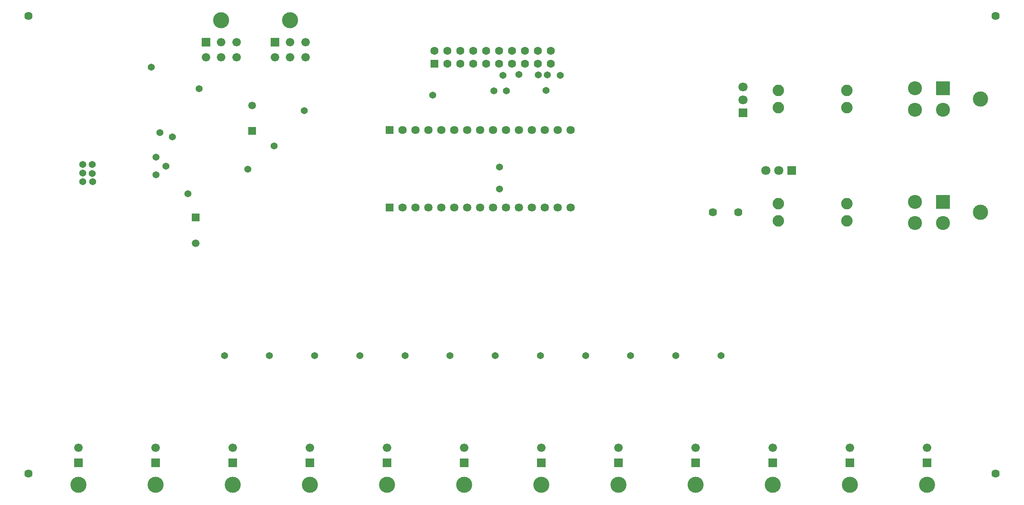
<source format=gbr>
G04*
G04 #@! TF.GenerationSoftware,Altium Limited,Altium Designer,22.4.2 (48)*
G04*
G04 Layer_Color=16711935*
%FSLAX25Y25*%
%MOIN*%
G70*
G04*
G04 #@! TF.SameCoordinates,7713EA0D-6249-4CA7-80EE-CA65CFE05E5E*
G04*
G04*
G04 #@! TF.FilePolarity,Negative*
G04*
G01*
G75*
%ADD46C,0.12411*%
%ADD47C,0.06584*%
%ADD48R,0.06584X0.06584*%
%ADD49C,0.06394*%
%ADD50R,0.06299X0.06299*%
%ADD51C,0.06299*%
%ADD52C,0.00394*%
%ADD53R,0.07087X0.07087*%
%ADD54C,0.07087*%
%ADD55C,0.08858*%
%ADD56C,0.10827*%
%ADD57R,0.10827X0.10827*%
%ADD58C,0.11800*%
%ADD59R,0.07087X0.07087*%
%ADD60C,0.05906*%
%ADD61R,0.05906X0.05906*%
%ADD62C,0.06417*%
%ADD63R,0.06417X0.06417*%
%ADD64C,0.05394*%
D46*
X222098Y390621D02*
D03*
X714567Y30709D02*
D03*
X654903D02*
D03*
X595240D02*
D03*
X475913D02*
D03*
X535576D02*
D03*
X416249D02*
D03*
X356586D02*
D03*
X296922D02*
D03*
X237258D02*
D03*
X177595D02*
D03*
X117931D02*
D03*
X58268D02*
D03*
X168671Y390621D02*
D03*
D47*
X233909Y361802D02*
D03*
X222098D02*
D03*
X210287D02*
D03*
X233909Y373613D02*
D03*
X222098D02*
D03*
X714567Y59527D02*
D03*
X654903D02*
D03*
X595240D02*
D03*
X475913D02*
D03*
X535576D02*
D03*
X416249D02*
D03*
X356586D02*
D03*
X296922D02*
D03*
X237258D02*
D03*
X177595D02*
D03*
X117931D02*
D03*
X58268D02*
D03*
X168671Y373613D02*
D03*
X180482D02*
D03*
X156860Y361802D02*
D03*
X168671D02*
D03*
X180482D02*
D03*
D48*
X210287Y373613D02*
D03*
X714567Y47717D02*
D03*
X654903D02*
D03*
X595240D02*
D03*
X475913D02*
D03*
X535576D02*
D03*
X416249D02*
D03*
X356586D02*
D03*
X296922D02*
D03*
X237258D02*
D03*
X177595D02*
D03*
X117931D02*
D03*
X58268D02*
D03*
X156860Y373613D02*
D03*
D49*
X767717Y393701D02*
D03*
X19685Y39370D02*
D03*
X767717D02*
D03*
X19685Y393701D02*
D03*
X548954Y241824D02*
D03*
X568639D02*
D03*
D50*
X333742Y356912D02*
D03*
D51*
Y366912D02*
D03*
X343742Y356912D02*
D03*
Y366912D02*
D03*
X353742Y356912D02*
D03*
Y366912D02*
D03*
X363742Y356912D02*
D03*
Y366912D02*
D03*
X373742Y356912D02*
D03*
Y366912D02*
D03*
X383742Y356912D02*
D03*
Y366912D02*
D03*
X393742Y356912D02*
D03*
Y366912D02*
D03*
X403742Y356912D02*
D03*
Y366912D02*
D03*
X413742Y356912D02*
D03*
Y366912D02*
D03*
X423742Y356912D02*
D03*
Y366912D02*
D03*
D52*
X19685Y314961D02*
D03*
X767717D02*
D03*
Y78740D02*
D03*
X19685D02*
D03*
D53*
X609899Y274107D02*
D03*
D54*
X599899D02*
D03*
X589899D02*
D03*
X572408Y338832D02*
D03*
Y328832D02*
D03*
D55*
X599544Y248517D02*
D03*
Y235131D02*
D03*
X652694D02*
D03*
Y248517D02*
D03*
X599544Y336312D02*
D03*
Y322926D02*
D03*
X652694D02*
D03*
Y336312D02*
D03*
D56*
X705424Y233474D02*
D03*
Y249974D02*
D03*
X727124Y233474D02*
D03*
X705424Y321237D02*
D03*
Y337737D02*
D03*
X727124Y321237D02*
D03*
D57*
Y249974D02*
D03*
Y337737D02*
D03*
D58*
X755824Y241724D02*
D03*
Y329487D02*
D03*
D59*
X572408Y318832D02*
D03*
D60*
X148799Y218024D02*
D03*
X192566Y324442D02*
D03*
D61*
X148799Y237709D02*
D03*
X192566Y304757D02*
D03*
D62*
X439067Y305640D02*
D03*
Y245640D02*
D03*
X429067Y305640D02*
D03*
Y245640D02*
D03*
X419067Y305640D02*
D03*
Y245640D02*
D03*
X409067Y305640D02*
D03*
Y245640D02*
D03*
X399067Y305640D02*
D03*
Y245640D02*
D03*
X389067Y305640D02*
D03*
Y245640D02*
D03*
X379067Y305640D02*
D03*
Y245640D02*
D03*
X369067Y305640D02*
D03*
Y245640D02*
D03*
X359067Y305640D02*
D03*
Y245640D02*
D03*
X349067Y305640D02*
D03*
Y245640D02*
D03*
X339067Y305640D02*
D03*
Y245640D02*
D03*
X329067Y305640D02*
D03*
Y245640D02*
D03*
X319067Y305640D02*
D03*
Y245640D02*
D03*
X309067Y305640D02*
D03*
Y245640D02*
D03*
D63*
X299067Y305640D02*
D03*
Y245640D02*
D03*
D64*
X130974Y300120D02*
D03*
X151695Y337561D02*
D03*
X189422Y275175D02*
D03*
X555220Y130784D02*
D03*
X520307D02*
D03*
X485394D02*
D03*
X450481D02*
D03*
X415568D02*
D03*
X380655D02*
D03*
X345741D02*
D03*
X310828D02*
D03*
X275915D02*
D03*
X241002D02*
D03*
X171176D02*
D03*
X206089D02*
D03*
X398815Y348662D02*
D03*
X420071Y336173D02*
D03*
X430954Y347806D02*
D03*
X420813Y348046D02*
D03*
X413887Y348293D02*
D03*
X389398Y335926D02*
D03*
X379751D02*
D03*
X386677Y347806D02*
D03*
X332156Y332427D02*
D03*
X69096Y271901D02*
D03*
X68895Y278976D02*
D03*
X61519Y278876D02*
D03*
X61585Y272068D02*
D03*
X118345Y270705D02*
D03*
X118438Y284595D02*
D03*
X121332Y303371D02*
D03*
X125977Y277683D02*
D03*
X142866Y256275D02*
D03*
X233065Y320405D02*
D03*
X69252Y265460D02*
D03*
X61585D02*
D03*
X209644Y293137D02*
D03*
X114781Y354109D02*
D03*
X383951Y259964D02*
D03*
Y276992D02*
D03*
M02*

</source>
